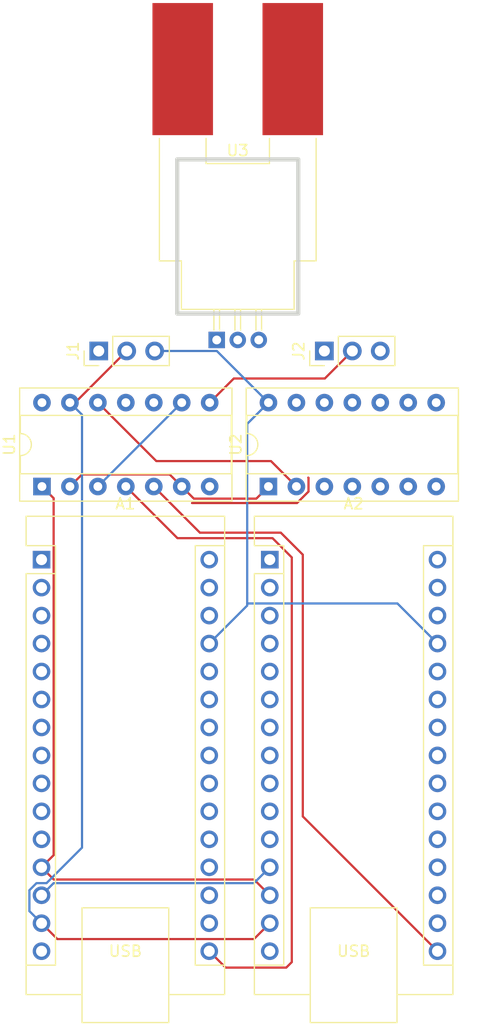
<source format=kicad_pcb>
(kicad_pcb (version 20240108) (generator "pcbnew") (generator_version "8.0")
  (layers (0 "F.Cu" signal) (31 "B.Cu" signal) (34 "B.Paste" user) (35 "F.Paste" user) (36 "B.SilkS" user "B.Silkscreen") (37 "F.SilkS" user "F.Silkscreen") (38 "B.Mask" user) (39 "F.Mask" user) (44 "Edge.Cuts" user))
  (net 0 "")
  (net 10 "GND")
  (net 15 "Net-(A1-D11)")
  (net 16 "+5V")
  (net 22 "Net-(A1-D13)")
  (net 25 "Net-(A1-D9)")
  (net 26 "Net-(A1-D10)")
  (net 37 "Net-(A2-D13)")
  (net 51 "Net-(J2-Pin_2)")
  (net 52 "Net-(U1-Pad3)")
  (net 53 "Net-(U1-Pad12)")
  (net 54 "Net-(U1-Pad2)")
  (net 55 "Net-(U1-Pad10)")
  (net 66 "Net-(A1-A5)")
  (net 67 "Net-(A1-A0)")
  (footprint "Module:Arduino_Nano" (layer "F.Cu") (at 154 82.45)
    (property "Reference" "A2" (at 7.62 -5.08 360) (layer "F.SilkS"))
    (property "Value" "Arduino_Nano_v2.x")
    (fp_line (start -1.4 -3.94) (end -1.4 -1.27) (stroke (width 0.12)) (layer "F.SilkS"))
    (fp_line (start -1.4 1.27) (end -1.4 39.5) (stroke (width 0.12)) (layer "F.SilkS"))
    (fp_line (start -1.4 39.5) (end 3.68 39.5) (stroke (width 0.12)) (layer "F.SilkS"))
    (fp_line (start 1.27 -1.27) (end -1.4 -1.27) (stroke (width 0.12)) (layer "F.SilkS"))
    (fp_line (start 1.27 1.27) (end -1.4 1.27) (stroke (width 0.12)) (layer "F.SilkS"))
    (fp_line (start 1.27 1.27) (end 1.27 -1.27) (stroke (width 0.12)) (layer "F.SilkS"))
    (fp_line (start 1.27 1.27) (end 1.27 36.83) (stroke (width 0.12)) (layer "F.SilkS"))
    (fp_line (start 1.27 36.83) (end -1.4 36.83) (stroke (width 0.12)) (layer "F.SilkS"))
    (fp_line (start 3.68 31.62) (end 11.56 31.62) (stroke (width 0.12)) (layer "F.SilkS"))
    (fp_line (start 3.68 42.04) (end 3.68 31.62) (stroke (width 0.12)) (layer "F.SilkS"))
    (fp_line (start 11.56 31.62) (end 11.56 42.04) (stroke (width 0.12)) (layer "F.SilkS"))
    (fp_line (start 11.56 42.04) (end 3.68 42.04) (stroke (width 0.12)) (layer "F.SilkS"))
    (fp_line (start 13.97 -1.27) (end 13.97 36.83) (stroke (width 0.12)) (layer "F.SilkS"))
    (fp_line (start 13.97 -1.27) (end 16.64 -1.27) (stroke (width 0.12)) (layer "F.SilkS"))
    (fp_line (start 13.97 36.83) (end 16.64 36.83) (stroke (width 0.12)) (layer "F.SilkS"))
    (fp_line (start 16.64 -3.94) (end -1.4 -3.94) (stroke (width 0.12)) (layer "F.SilkS"))
    (fp_line (start 16.64 39.5) (end 11.56 39.5) (stroke (width 0.12)) (layer "F.SilkS"))
    (fp_line (start 16.64 39.5) (end 16.64 -3.94) (stroke (width 0.12)) (layer "F.SilkS"))
    (fp_text user "USB" (at 7.62 35.56 0) (layer "F.SilkS"))
    (pad "1" thru_hole rect (at 0 0) (size 1.6 1.6) (drill 1) (layers "*.Cu" "*.Mask"))
    (pad "2" thru_hole oval (at 0 2.54) (size 1.6 1.6) (drill 1) (layers "*.Cu" "*.Mask"))
    (pad "3" thru_hole oval (at 0 5.08) (size 1.6 1.6) (drill 1) (layers "*.Cu" "*.Mask"))
    (pad "4" thru_hole oval (at 0 7.62) (size 1.6 1.6) (drill 1) (layers "*.Cu" "*.Mask") (net 10 "GND"))
    (pad "5" thru_hole oval (at 0 10.16) (size 1.6 1.6) (drill 1) (layers "*.Cu" "*.Mask"))
    (pad "6" thru_hole oval (at 0 12.7) (size 1.6 1.6) (drill 1) (layers "*.Cu" "*.Mask"))
    (pad "7" thru_hole oval (at 0 15.24) (size 1.6 1.6) (drill 1) (layers "*.Cu" "*.Mask"))
    (pad "8" thru_hole oval (at 0 17.78) (size 1.6 1.6) (drill 1) (layers "*.Cu" "*.Mask"))
    (pad "9" thru_hole oval (at 0 20.32) (size 1.6 1.6) (drill 1) (layers "*.Cu" "*.Mask"))
    (pad "10" thru_hole oval (at 0 22.86) (size 1.6 1.6) (drill 1) (layers "*.Cu" "*.Mask"))
    (pad "11" thru_hole oval (at 0 25.4) (size 1.6 1.6) (drill 1) (layers "*.Cu" "*.Mask"))
    (pad "12" thru_hole oval (at 0 27.94) (size 1.6 1.6) (drill 1) (layers "*.Cu" "*.Mask") (net 26 "Net-(A1-D10)"))
    (pad "13" thru_hole oval (at 0 30.48) (size 1.6 1.6) (drill 1) (layers "*.Cu" "*.Mask") (net 25 "Net-(A1-D9)"))
    (pad "14" thru_hole oval (at 0 33.02) (size 1.6 1.6) (drill 1) (layers "*.Cu" "*.Mask") (net 15 "Net-(A1-D11)"))
    (pad "15" thru_hole oval (at 0 35.56) (size 1.6 1.6) (drill 1) (layers "*.Cu" "*.Mask"))
    (pad "16" thru_hole oval (at 15.24 35.56) (size 1.6 1.6) (drill 1) (layers "*.Cu" "*.Mask") (net 37 "Net-(A2-D13)"))
    (pad "17" thru_hole oval (at 15.24 33.02) (size 1.6 1.6) (drill 1) (layers "*.Cu" "*.Mask"))
    (pad "18" thru_hole oval (at 15.24 30.48) (size 1.6 1.6) (drill 1) (layers "*.Cu" "*.Mask"))
    (pad "19" thru_hole oval (at 15.24 27.94) (size 1.6 1.6) (drill 1) (layers "*.Cu" "*.Mask") (net 67 "Net-(A1-A0)"))
    (pad "20" thru_hole oval (at 15.24 25.4) (size 1.6 1.6) (drill 1) (layers "*.Cu" "*.Mask"))
    (pad "21" thru_hole oval (at 15.24 22.86) (size 1.6 1.6) (drill 1) (layers "*.Cu" "*.Mask"))
    (pad "22" thru_hole oval (at 15.24 20.32) (size 1.6 1.6) (drill 1) (layers "*.Cu" "*.Mask"))
    (pad "23" thru_hole oval (at 15.24 17.78) (size 1.6 1.6) (drill 1) (layers "*.Cu" "*.Mask"))
    (pad "24" thru_hole oval (at 15.24 15.24) (size 1.6 1.6) (drill 1) (layers "*.Cu" "*.Mask") (net 66 "Net-(A1-A5)"))
    (pad "25" thru_hole oval (at 15.24 12.7) (size 1.6 1.6) (drill 1) (layers "*.Cu" "*.Mask"))
    (pad "26" thru_hole oval (at 15.24 10.16) (size 1.6 1.6) (drill 1) (layers "*.Cu" "*.Mask"))
    (pad "27" thru_hole oval (at 15.24 7.62) (size 1.6 1.6) (drill 1) (layers "*.Cu" "*.Mask") (net 16 "+5V"))
    (pad "28" thru_hole oval (at 15.24 5.08) (size 1.6 1.6) (drill 1) (layers "*.Cu" "*.Mask"))
    (pad "29" thru_hole oval (at 15.24 2.54) (size 1.6 1.6) (drill 1) (layers "*.Cu" "*.Mask") (net 10 "GND"))
    (pad "30" thru_hole oval (at 15.24 0) (size 1.6 1.6) (drill 1) (layers "*.Cu" "*.Mask"))
  )
  (footprint "Package_DIP:CERDIP-14_W7.62mm_SideBrazed_Socket" (layer "F.Cu") (at 153.88 75.81 90)
    (property "Reference" "U2" (at 3.81 -2.965 90) (layer "F.SilkS"))
    (property "Value" "74AHC04")
    (fp_line (start 8.95 -2.025) (end -1.33 -2.025) (stroke (width 0.12)) (layer "F.SilkS"))
    (fp_line (start -1.33 -2.025) (end -1.33 17.265) (stroke (width 0.12)) (layer "F.SilkS"))
    (fp_line (start 6.46 -1.965) (end 4.81 -1.965) (stroke (width 0.12)) (layer "F.SilkS"))
    (fp_line (start 2.81 -1.965) (end 1.16 -1.965) (stroke (width 0.12)) (layer "F.SilkS"))
    (fp_line (start 1.16 -1.965) (end 1.16 17.205) (stroke (width 0.12)) (layer "F.SilkS"))
    (fp_line (start 6.46 17.205) (end 6.46 -1.965) (stroke (width 0.12)) (layer "F.SilkS"))
    (fp_line (start 1.16 17.205) (end 6.46 17.205) (stroke (width 0.12)) (layer "F.SilkS"))
    (fp_line (start 8.95 17.265) (end 8.95 -2.025) (stroke (width 0.12)) (layer "F.SilkS"))
    (fp_line (start -1.33 17.265) (end 8.95 17.265) (stroke (width 0.12)) (layer "F.SilkS"))
    (fp_arc (start 4.81 -1.965) (mid 3.81 -0.965) (end 2.81 -1.965) (stroke (width 0.12)) (layer "F.SilkS"))
    (pad "1" thru_hole rect (at 0 0 90) (size 1.6 1.6) (drill 0.8) (layers "*.Cu" "*.Mask") (net 54 "Net-(U1-Pad2)"))
    (pad "2" thru_hole circle (at 0 2.54 90) (size 1.6 1.6) (drill 0.8) (layers "*.Cu" "*.Mask") (net 53 "Net-(U1-Pad12)"))
    (pad "3" thru_hole circle (at 0 5.08 90) (size 1.6 1.6) (drill 0.8) (layers "*.Cu" "*.Mask"))
    (pad "4" thru_hole circle (at 0 7.62 90) (size 1.6 1.6) (drill 0.8) (layers "*.Cu" "*.Mask"))
    (pad "5" thru_hole circle (at 0 10.16 90) (size 1.6 1.6) (drill 0.8) (layers "*.Cu" "*.Mask"))
    (pad "6" thru_hole circle (at 0 12.7 90) (size 1.6 1.6) (drill 0.8) (layers "*.Cu" "*.Mask"))
    (pad "7" thru_hole circle (at 0 15.24 90) (size 1.6 1.6) (drill 0.8) (layers "*.Cu" "*.Mask") (net 10 "GND"))
    (pad "8" thru_hole circle (at 7.62 15.24 90) (size 1.6 1.6) (drill 0.8) (layers "*.Cu" "*.Mask"))
    (pad "9" thru_hole circle (at 7.62 12.7 90) (size 1.6 1.6) (drill 0.8) (layers "*.Cu" "*.Mask"))
    (pad "10" thru_hole circle (at 7.62 10.16 90) (size 1.6 1.6) (drill 0.8) (layers "*.Cu" "*.Mask"))
    (pad "11" thru_hole circle (at 7.62 7.62 90) (size 1.6 1.6) (drill 0.8) (layers "*.Cu" "*.Mask"))
    (pad "12" thru_hole circle (at 7.62 5.08 90) (size 1.6 1.6) (drill 0.8) (layers "*.Cu" "*.Mask"))
    (pad "13" thru_hole circle (at 7.62 2.54 90) (size 1.6 1.6) (drill 0.8) (layers "*.Cu" "*.Mask"))
    (pad "14" thru_hole circle (at 7.62 0 90) (size 1.6 1.6) (drill 0.8) (layers "*.Cu" "*.Mask") (net 16 "+5V"))
  )
  (footprint "Connector_PinHeader_2.54mm:PinHeader_1x03_P2.54mm_Vertical" (layer "F.Cu") (at 158.96 63.5 90)
    (property "Reference" "J2" (at 0 -2.33 90) (layer "F.SilkS"))
    (property "Value" "ESC Output")
    (fp_line (start -1.33 -1.33) (end 0 -1.33) (stroke (width 0.12)) (layer "F.SilkS"))
    (fp_line (start -1.33 0) (end -1.33 -1.33) (stroke (width 0.12)) (layer "F.SilkS"))
    (fp_line (start 1.33 1.27) (end 1.33 6.41) (stroke (width 0.12)) (layer "F.SilkS"))
    (fp_line (start -1.33 1.27) (end 1.33 1.27) (stroke (width 0.12)) (layer "F.SilkS"))
    (fp_line (start -1.33 1.27) (end -1.33 6.41) (stroke (width 0.12)) (layer "F.SilkS"))
    (fp_line (start -1.33 6.41) (end 1.33 6.41) (stroke (width 0.12)) (layer "F.SilkS"))
    (pad "1" thru_hole rect (at 0 0 90) (size 1.7 1.7) (drill 1) (layers "*.Cu" "*.Mask") (net 10 "GND"))
    (pad "2" thru_hole oval (at 0 2.54 90) (size 1.7 1.7) (drill 1) (layers "*.Cu" "*.Mask") (net 51 "Net-(J2-Pin_2)"))
    (pad "3" thru_hole oval (at 0 5.08 90) (size 1.7 1.7) (drill 1) (layers "*.Cu" "*.Mask"))
  )
  (footprint "Sensor_Current:Allegro_CB_PSF" (layer "F.Cu") (at 149.18 62.5)
    (property "Reference" "U3" (at 1.91 -17.2 0) (layer "F.SilkS"))
    (property "Value" "ACS758xCB-100B-PSF")
    (fp_line (start -5.21 -7.18) (end -5.21 -18.3) (stroke (width 0.12)) (layer "F.SilkS"))
    (fp_line (start -3.21 -7.18) (end -5.21 -7.18) (stroke (width 0.12)) (layer "F.SilkS"))
    (fp_line (start -3.21 -2.78) (end -3.21 -7.18) (stroke (width 0.12)) (layer "F.SilkS"))
    (fp_line (start -0.97 -16.02) (end -0.97 -18.3) (stroke (width 0.12)) (layer "F.SilkS"))
    (fp_line (start -0.97 -16.02) (end 4.79 -16.02) (stroke (width 0.12)) (layer "F.SilkS"))
    (fp_line (start -0.255 -2.78) (end -0.255 -0.9) (stroke (width 0.12)) (layer "F.SilkS"))
    (fp_line (start 0.255 -2.78) (end 0.255 -0.9) (stroke (width 0.12)) (layer "F.SilkS"))
    (fp_line (start 1.655 -2.78) (end 1.655 -0.9) (stroke (width 0.12)) (layer "F.SilkS"))
    (fp_line (start 2.165 -2.78) (end 2.165 -0.9) (stroke (width 0.12)) (layer "F.SilkS"))
    (fp_line (start 3.565 -2.78) (end 3.565 -0.9) (stroke (width 0.12)) (layer "F.SilkS"))
    (fp_line (start 4.075 -2.78) (end 4.075 -0.9) (stroke (width 0.12)) (layer "F.SilkS"))
    (fp_line (start 4.79 -16.02) (end 4.79 -18.3) (stroke (width 0.12)) (layer "F.SilkS"))
    (fp_line (start 7.03 -7.18) (end 9.03 -7.18) (stroke (width 0.12)) (layer "F.SilkS"))
    (fp_line (start 7.03 -2.78) (end -3.21 -2.78) (stroke (width 0.12)) (layer "F.SilkS"))
    (fp_line (start 7.03 -2.78) (end 7.03 -7.18) (stroke (width 0.12)) (layer "F.SilkS"))
    (fp_line (start 9.03 -7.18) (end 9.03 -18.3) (stroke (width 0.12)) (layer "F.SilkS"))
    (fp_line (start -3.59 -16.4) (end 7.41 -16.4) (stroke (width 0.381)) (layer "Edge.Cuts"))
    (fp_line (start -3.59 -2.4) (end -3.59 -16.4) (stroke (width 0.381)) (layer "Edge.Cuts"))
    (fp_line (start 7.41 -16.4) (end 7.41 -2.4) (stroke (width 0.381)) (layer "Edge.Cuts"))
    (fp_line (start 7.41 -2.4) (end -3.59 -2.4) (stroke (width 0.381)) (layer "Edge.Cuts"))
    (pad "1" thru_hole rect (at 0 0) (size 1.5 1.5) (drill 0.8) (layers "*.Cu" "*.Mask") (net 16 "+5V"))
    (pad "2" thru_hole circle (at 1.91 0) (size 1.5 1.5) (drill 0.8) (layers "*.Cu" "*.Mask") (net 10 "GND"))
    (pad "3" thru_hole circle (at 3.82 0) (size 1.5 1.5) (drill 0.8) (layers "*.Cu" "*.Mask") (net 67 "Net-(A1-A0)"))
    (pad "4" smd rect (at 6.91 -24.6) (size 5.5 12) (layers "F.Cu" "F.Paste" "F.Mask"))
    (pad "5" smd rect (at -3.09 -24.6) (size 5.5 12) (layers "F.Cu" "F.Paste" "F.Mask"))
  )
  (footprint "Connector_PinHeader_2.54mm:PinHeader_1x03_P2.54mm_Vertical" (layer "F.Cu") (at 138.46 63.5 90)
    (property "Reference" "J1" (at 0 -2.33 90) (layer "F.SilkS"))
    (property "Value" "RX Input")
    (fp_line (start -1.33 -1.33) (end 0 -1.33) (stroke (width 0.12)) (layer "F.SilkS"))
    (fp_line (start -1.33 0) (end -1.33 -1.33) (stroke (width 0.12)) (layer "F.SilkS"))
    (fp_line (start 1.33 1.27) (end 1.33 6.41) (stroke (width 0.12)) (layer "F.SilkS"))
    (fp_line (start -1.33 1.27) (end 1.33 1.27) (stroke (width 0.12)) (layer "F.SilkS"))
    (fp_line (start -1.33 1.27) (end -1.33 6.41) (stroke (width 0.12)) (layer "F.SilkS"))
    (fp_line (start -1.33 6.41) (end 1.33 6.41) (stroke (width 0.12)) (layer "F.SilkS"))
    (pad "1" thru_hole rect (at 0 0 90) (size 1.7 1.7) (drill 1) (layers "*.Cu" "*.Mask") (net 10 "GND"))
    (pad "2" thru_hole oval (at 0 2.54 90) (size 1.7 1.7) (drill 1) (layers "*.Cu" "*.Mask") (net 15 "Net-(A1-D11)"))
    (pad "3" thru_hole oval (at 0 5.08 90) (size 1.7 1.7) (drill 1) (layers "*.Cu" "*.Mask") (net 16 "+5V"))
  )
  (footprint "Package_DIP:CERDIP-14_W7.62mm_SideBrazed_Socket" (layer "F.Cu") (at 133.3 75.81 90)
    (property "Reference" "U1" (at 3.81 -2.965 90) (layer "F.SilkS"))
    (property "Value" "74HC00")
    (fp_line (start 8.95 -2.025) (end -1.33 -2.025) (stroke (width 0.12)) (layer "F.SilkS"))
    (fp_line (start -1.33 -2.025) (end -1.33 17.265) (stroke (width 0.12)) (layer "F.SilkS"))
    (fp_line (start 6.46 -1.965) (end 4.81 -1.965) (stroke (width 0.12)) (layer "F.SilkS"))
    (fp_line (start 2.81 -1.965) (end 1.16 -1.965) (stroke (width 0.12)) (layer "F.SilkS"))
    (fp_line (start 1.16 -1.965) (end 1.16 17.205) (stroke (width 0.12)) (layer "F.SilkS"))
    (fp_line (start 6.46 17.205) (end 6.46 -1.965) (stroke (width 0.12)) (layer "F.SilkS"))
    (fp_line (start 1.16 17.205) (end 6.46 17.205) (stroke (width 0.12)) (layer "F.SilkS"))
    (fp_line (start 8.95 17.265) (end 8.95 -2.025) (stroke (width 0.12)) (layer "F.SilkS"))
    (fp_line (start -1.33 17.265) (end 8.95 17.265) (stroke (width 0.12)) (layer "F.SilkS"))
    (fp_arc (start 4.81 -1.965) (mid 3.81 -0.965) (end 2.81 -1.965) (stroke (width 0.12)) (layer "F.SilkS"))
    (pad "1" thru_hole rect (at 0 0 90) (size 1.6 1.6) (drill 0.8) (layers "*.Cu" "*.Mask") (net 25 "Net-(A1-D9)"))
    (pad "2" thru_hole circle (at 0 2.54 90) (size 1.6 1.6) (drill 0.8) (layers "*.Cu" "*.Mask") (net 54 "Net-(U1-Pad2)"))
    (pad "3" thru_hole circle (at 0 5.08 90) (size 1.6 1.6) (drill 0.8) (layers "*.Cu" "*.Mask") (net 52 "Net-(U1-Pad3)"))
    (pad "4" thru_hole circle (at 0 7.62 90) (size 1.6 1.6) (drill 0.8) (layers "*.Cu" "*.Mask") (net 22 "Net-(A1-D13)"))
    (pad "5" thru_hole circle (at 0 10.16 90) (size 1.6 1.6) (drill 0.8) (layers "*.Cu" "*.Mask") (net 37 "Net-(A2-D13)"))
    (pad "6" thru_hole circle (at 0 12.7 90) (size 1.6 1.6) (drill 0.8) (layers "*.Cu" "*.Mask") (net 54 "Net-(U1-Pad2)"))
    (pad "7" thru_hole circle (at 0 15.24 90) (size 1.6 1.6) (drill 0.8) (layers "*.Cu" "*.Mask") (net 10 "GND"))
    (pad "8" thru_hole circle (at 7.62 15.24 90) (size 1.6 1.6) (drill 0.8) (layers "*.Cu" "*.Mask") (net 51 "Net-(J2-Pin_2)"))
    (pad "9" thru_hole circle (at 7.62 12.7 90) (size 1.6 1.6) (drill 0.8) (layers "*.Cu" "*.Mask") (net 52 "Net-(U1-Pad3)"))
    (pad "10" thru_hole circle (at 7.62 10.16 90) (size 1.6 1.6) (drill 0.8) (layers "*.Cu" "*.Mask") (net 55 "Net-(U1-Pad10)"))
    (pad "11" thru_hole circle (at 7.62 7.62 90) (size 1.6 1.6) (drill 0.8) (layers "*.Cu" "*.Mask") (net 55 "Net-(U1-Pad10)"))
    (pad "12" thru_hole circle (at 7.62 5.08 90) (size 1.6 1.6) (drill 0.8) (layers "*.Cu" "*.Mask") (net 53 "Net-(U1-Pad12)"))
    (pad "13" thru_hole circle (at 7.62 2.54 90) (size 1.6 1.6) (drill 0.8) (layers "*.Cu" "*.Mask") (net 15 "Net-(A1-D11)"))
    (pad "14" thru_hole circle (at 7.62 0 90) (size 1.6 1.6) (drill 0.8) (layers "*.Cu" "*.Mask") (net 16 "+5V"))
  )
  (footprint "Module:Arduino_Nano" (layer "F.Cu") (at 133.26 82.45)
    (property "Reference" "A1" (at 7.62 -5.08 360) (layer "F.SilkS"))
    (property "Value" "Arduino_Nano_v2.x")
    (fp_line (start -1.4 -3.94) (end -1.4 -1.27) (stroke (width 0.12)) (layer "F.SilkS"))
    (fp_line (start -1.4 1.27) (end -1.4 39.5) (stroke (width 0.12)) (layer "F.SilkS"))
    (fp_line (start -1.4 39.5) (end 3.68 39.5) (stroke (width 0.12)) (layer "F.SilkS"))
    (fp_line (start 1.27 -1.27) (end -1.4 -1.27) (stroke (width 0.12)) (layer "F.SilkS"))
    (fp_line (start 1.27 1.27) (end -1.4 1.27) (stroke (width 0.12)) (layer "F.SilkS"))
    (fp_line (start 1.27 1.27) (end 1.27 -1.27) (stroke (width 0.12)) (layer "F.SilkS"))
    (fp_line (start 1.27 1.27) (end 1.27 36.83) (stroke (width 0.12)) (layer "F.SilkS"))
    (fp_line (start 1.27 36.83) (end -1.4 36.83) (stroke (width 0.12)) (layer "F.SilkS"))
    (fp_line (start 3.68 31.62) (end 11.56 31.62) (stroke (width 0.12)) (layer "F.SilkS"))
    (fp_line (start 3.68 42.04) (end 3.68 31.62) (stroke (width 0.12)) (layer "F.SilkS"))
    (fp_line (start 11.56 31.62) (end 11.56 42.04) (stroke (width 0.12)) (layer "F.SilkS"))
    (fp_line (start 11.56 42.04) (end 3.68 42.04) (stroke (width 0.12)) (layer "F.SilkS"))
    (fp_line (start 13.97 -1.27) (end 13.97 36.83) (stroke (width 0.12)) (layer "F.SilkS"))
    (fp_line (start 13.97 -1.27) (end 16.64 -1.27) (stroke (width 0.12)) (layer "F.SilkS"))
    (fp_line (start 13.97 36.83) (end 16.64 36.83) (stroke (width 0.12)) (layer "F.SilkS"))
    (fp_line (start 16.64 -3.94) (end -1.4 -3.94) (stroke (width 0.12)) (layer "F.SilkS"))
    (fp_line (start 16.64 39.5) (end 11.56 39.5) (stroke (width 0.12)) (layer "F.SilkS"))
    (fp_line (start 16.64 39.5) (end 16.64 -3.94) (stroke (width 0.12)) (layer "F.SilkS"))
    (fp_text user "USB" (at 7.62 35.56 0) (layer "F.SilkS"))
    (pad "1" thru_hole rect (at 0 0) (size 1.6 1.6) (drill 1) (layers "*.Cu" "*.Mask"))
    (pad "2" thru_hole oval (at 0 2.54) (size 1.6 1.6) (drill 1) (layers "*.Cu" "*.Mask"))
    (pad "3" thru_hole oval (at 0 5.08) (size 1.6 1.6) (drill 1) (layers "*.Cu" "*.Mask"))
    (pad "4" thru_hole oval (at 0 7.62) (size 1.6 1.6) (drill 1) (layers "*.Cu" "*.Mask") (net 10 "GND"))
    (pad "5" thru_hole oval (at 0 10.16) (size 1.6 1.6) (drill 1) (layers "*.Cu" "*.Mask"))
    (pad "6" thru_hole oval (at 0 12.7) (size 1.6 1.6) (drill 1) (layers "*.Cu" "*.Mask"))
    (pad "7" thru_hole oval (at 0 15.24) (size 1.6 1.6) (drill 1) (layers "*.Cu" "*.Mask"))
    (pad "8" thru_hole oval (at 0 17.78) (size 1.6 1.6) (drill 1) (layers "*.Cu" "*.Mask"))
    (pad "9" thru_hole oval (at 0 20.32) (size 1.6 1.6) (drill 1) (layers "*.Cu" "*.Mask"))
    (pad "10" thru_hole oval (at 0 22.86) (size 1.6 1.6) (drill 1) (layers "*.Cu" "*.Mask"))
    (pad "11" thru_hole oval (at 0 25.4) (size 1.6 1.6) (drill 1) (layers "*.Cu" "*.Mask"))
    (pad "12" thru_hole oval (at 0 27.94) (size 1.6 1.6) (drill 1) (layers "*.Cu" "*.Mask") (net 25 "Net-(A1-D9)"))
    (pad "13" thru_hole oval (at 0 30.48) (size 1.6 1.6) (drill 1) (layers "*.Cu" "*.Mask") (net 26 "Net-(A1-D10)"))
    (pad "14" thru_hole oval (at 0 33.02) (size 1.6 1.6) (drill 1) (layers "*.Cu" "*.Mask") (net 15 "Net-(A1-D11)"))
    (pad "15" thru_hole oval (at 0 35.56) (size 1.6 1.6) (drill 1) (layers "*.Cu" "*.Mask"))
    (pad "16" thru_hole oval (at 15.24 35.56) (size 1.6 1.6) (drill 1) (layers "*.Cu" "*.Mask") (net 22 "Net-(A1-D13)"))
    (pad "17" thru_hole oval (at 15.24 33.02) (size 1.6 1.6) (drill 1) (layers "*.Cu" "*.Mask"))
    (pad "18" thru_hole oval (at 15.24 30.48) (size 1.6 1.6) (drill 1) (layers "*.Cu" "*.Mask"))
    (pad "19" thru_hole oval (at 15.24 27.94) (size 1.6 1.6) (drill 1) (layers "*.Cu" "*.Mask") (net 67 "Net-(A1-A0)"))
    (pad "20" thru_hole oval (at 15.24 25.4) (size 1.6 1.6) (drill 1) (layers "*.Cu" "*.Mask"))
    (pad "21" thru_hole oval (at 15.24 22.86) (size 1.6 1.6) (drill 1) (layers "*.Cu" "*.Mask"))
    (pad "22" thru_hole oval (at 15.24 20.32) (size 1.6 1.6) (drill 1) (layers "*.Cu" "*.Mask"))
    (pad "23" thru_hole oval (at 15.24 17.78) (size 1.6 1.6) (drill 1) (layers "*.Cu" "*.Mask"))
    (pad "24" thru_hole oval (at 15.24 15.24) (size 1.6 1.6) (drill 1) (layers "*.Cu" "*.Mask") (net 66 "Net-(A1-A5)"))
    (pad "25" thru_hole oval (at 15.24 12.7) (size 1.6 1.6) (drill 1) (layers "*.Cu" "*.Mask"))
    (pad "26" thru_hole oval (at 15.24 10.16) (size 1.6 1.6) (drill 1) (layers "*.Cu" "*.Mask"))
    (pad "27" thru_hole oval (at 15.24 7.62) (size 1.6 1.6) (drill 1) (layers "*.Cu" "*.Mask") (net 16 "+5V"))
    (pad "28" thru_hole oval (at 15.24 5.08) (size 1.6 1.6) (drill 1) (layers "*.Cu" "*.Mask"))
    (pad "29" thru_hole oval (at 15.24 2.54) (size 1.6 1.6) (drill 1) (layers "*.Cu" "*.Mask") (net 10 "GND"))
    (pad "30" thru_hole oval (at 15.24 0) (size 1.6 1.6) (drill 1) (layers "*.Cu" "*.Mask"))
  )
  (segment (start 157.5 75) (end 157.52 75.02) (width 0.2) (layer "F.Cu") (net 0))
  (segment (start 157.52 75.02) (end 157.52 76.265635) (width 0.2) (layer "F.Cu") (net 0))
  (segment (start 156.475635 77.31) (end 146.934314 77.31) (width 0.2) (layer "F.Cu") (net 0))
  (segment (start 157.52 76.265635) (end 156.475635 77.31) (width 0.2) (layer "F.Cu") (net 0))
  (segment (start 136.31 68.19) (end 135.84 68.19) (width 0.2) (layer "F.Cu") (net 15))
  (segment (start 141 63.5) (end 136.31 68.19) (width 0.2) (layer "F.Cu") (net 15))
  (segment (start 152.56 116.91) (end 134.7 116.91) (width 0.2) (layer "F.Cu") (net 15))
  (segment (start 154 115.47) (end 152.56 116.91) (width 0.2) (layer "F.Cu") (net 15))
  (segment (start 134.7 116.91) (end 133.26 115.47) (width 0.2) (layer "F.Cu") (net 15))
  (segment (start 132.16 114.37) (end 133.26 115.47) (width 0.2) (layer "B.Cu") (net 15))
  (segment (start 135.84 68.19) (end 136.94 69.29) (width 0.2) (layer "B.Cu") (net 15))
  (segment (start 133.715635 111.83) (end 132.804365 111.83) (width 0.2) (layer "B.Cu") (net 15))
  (segment (start 136.94 108.605635) (end 133.715635 111.83) (width 0.2) (layer "B.Cu") (net 15))
  (segment (start 132.16 112.474365) (end 132.16 114.37) (width 0.2) (layer "B.Cu") (net 15))
  (segment (start 136.94 69.29) (end 136.94 108.605635) (width 0.2) (layer "B.Cu") (net 15))
  (segment (start 132.804365 111.83) (end 132.16 112.474365) (width 0.2) (layer "B.Cu") (net 15))
  (segment (start 165.6 86.43) (end 152.02 86.43) (width 0.2) (layer "B.Cu") (net 16))
  (segment (start 151.95 86.5) (end 151.95 86.62) (width 0.2) (layer "B.Cu") (net 16))
  (segment (start 149.19 63.5) (end 153.88 68.19) (width 0.2) (layer "B.Cu") (net 16))
  (segment (start 169.24 90.07) (end 165.6 86.43) (width 0.2) (layer "B.Cu") (net 16))
  (segment (start 151.95 70.12) (end 151.95 86.5) (width 0.2) (layer "B.Cu") (net 16))
  (segment (start 152.02 86.43) (end 151.95 86.5) (width 0.2) (layer "B.Cu") (net 16))
  (segment (start 143.54 63.5) (end 149.19 63.5) (width 0.2) (layer "B.Cu") (net 16))
  (segment (start 151.95 86.62) (end 148.5 90.07) (width 0.2) (layer "B.Cu") (net 16))
  (segment (start 153.88 68.19) (end 151.95 70.12) (width 0.2) (layer "B.Cu") (net 16))
  (segment (start 155.5 119.5) (end 156 119) (width 0.2) (layer "F.Cu") (net 22))
  (segment (start 156 119) (end 156 82.25) (width 0.2) (layer "F.Cu") (net 22))
  (segment (start 149.99 119.5) (end 155.5 119.5) (width 0.2) (layer "F.Cu") (net 22))
  (segment (start 148.5 118.01) (end 149.99 119.5) (width 0.2) (layer "F.Cu") (net 22))
  (segment (start 154.25 80.5) (end 145.61 80.5) (width 0.2) (layer "F.Cu") (net 22))
  (segment (start 145.61 80.5) (end 140.92 75.81) (width 0.2) (layer "F.Cu") (net 22))
  (segment (start 156 82.25) (end 154.25 80.5) (width 0.2) (layer "F.Cu") (net 22))
  (segment (start 154 112.93) (end 152.57 111.5) (width 0.2) (layer "F.Cu") (net 25))
  (segment (start 152.57 111.5) (end 134.37 111.5) (width 0.2) (layer "F.Cu") (net 25))
  (segment (start 134.36 76.87) (end 134.36 109.29) (width 0.2) (layer "F.Cu") (net 25))
  (segment (start 133.3 75.81) (end 134.36 76.87) (width 0.2) (layer "F.Cu") (net 25))
  (segment (start 134.36 109.29) (end 133.26 110.39) (width 0.2) (layer "F.Cu") (net 25))
  (segment (start 134.37 111.5) (end 133.26 110.39) (width 0.2) (layer "F.Cu") (net 25))
  (segment (start 133.26 112.93) (end 134.36 111.83) (width 0.2) (layer "B.Cu") (net 26))
  (segment (start 134.36 111.83) (end 152.56 111.83) (width 0.2) (layer "B.Cu") (net 26))
  (segment (start 152.56 111.83) (end 154 110.39) (width 0.2) (layer "B.Cu") (net 26))
  (segment (start 147.65 80) (end 143.46 75.81) (width 0.2) (layer "F.Cu") (net 37))
  (segment (start 157 82) (end 155 80) (width 0.2) (layer "F.Cu") (net 37))
  (segment (start 157 105.77) (end 157 82) (width 0.2) (layer "F.Cu") (net 37))
  (segment (start 155 80) (end 147.65 80) (width 0.2) (layer "F.Cu") (net 37))
  (segment (start 169.24 118.01) (end 157 105.77) (width 0.2) (layer "F.Cu") (net 37))
  (segment (start 150.73 66) (end 159 66) (width 0.2) (layer "F.Cu") (net 51))
  (segment (start 148.54 68.19) (end 150.73 66) (width 0.2) (layer "F.Cu") (net 51))
  (segment (start 159 66) (end 161.5 63.5) (width 0.2) (layer "F.Cu") (net 51))
  (segment (start 138.38 75.81) (end 146 68.19) (width 0.2) (layer "B.Cu") (net 52))
  (segment (start 138.38 68.19) (end 143.69 73.5) (width 0.2) (layer "F.Cu") (net 53))
  (segment (start 143.69 73.5) (end 154.11 73.5) (width 0.2) (layer "F.Cu") (net 53))
  (segment (start 154.11 73.5) (end 156.42 75.81) (width 0.2) (layer "F.Cu") (net 53))
  (segment (start 144.9 74.71) (end 136.94 74.71) (width 0.2) (layer "F.Cu") (net 54))
  (segment (start 136.94 74.71) (end 135.84 75.81) (width 0.2) (layer "F.Cu") (net 54))
  (segment (start 147.1 76.91) (end 146 75.81) (width 0.2) (layer "F.Cu") (net 54))
  (segment (start 152.78 76.91) (end 147.1 76.91) (width 0.2) (layer "F.Cu") (net 54))
  (segment (start 153.88 75.81) (end 152.78 76.91) (width 0.2) (layer "F.Cu") (net 54))
  (segment (start 146 75.81) (end 144.9 74.71) (width 0.2) (layer "F.Cu") (net 54))
)
</source>
